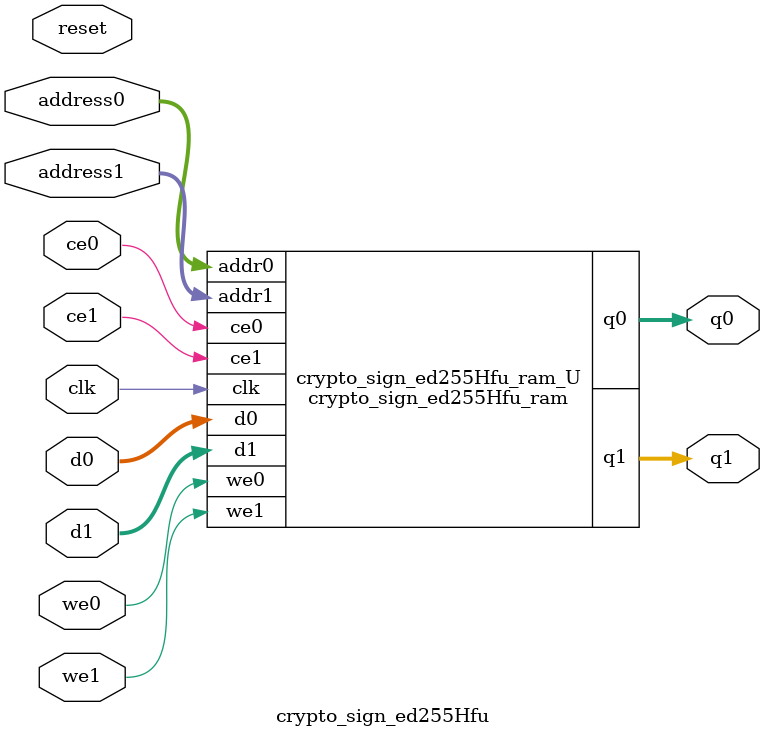
<source format=v>

`timescale 1 ns / 1 ps
module crypto_sign_ed255Hfu_ram (addr0, ce0, d0, we0, q0, addr1, ce1, d1, we1, q1,  clk);

parameter DWIDTH = 8;
parameter AWIDTH = 7;
parameter MEM_SIZE = 85;

input[AWIDTH-1:0] addr0;
input ce0;
input[DWIDTH-1:0] d0;
input we0;
output reg[DWIDTH-1:0] q0;
input[AWIDTH-1:0] addr1;
input ce1;
input[DWIDTH-1:0] d1;
input we1;
output reg[DWIDTH-1:0] q1;
input clk;

(* ram_style = "block" *)reg [DWIDTH-1:0] ram[0:MEM_SIZE-1];




always @(posedge clk)  
begin 
    if (ce0) 
    begin
        if (we0) 
        begin 
            ram[addr0] <= d0; 
            q0 <= d0;
        end 
        else 
            q0 <= ram[addr0];
    end
end


always @(posedge clk)  
begin 
    if (ce1) 
    begin
        if (we1) 
        begin 
            ram[addr1] <= d1; 
            q1 <= d1;
        end 
        else 
            q1 <= ram[addr1];
    end
end


endmodule


`timescale 1 ns / 1 ps
module crypto_sign_ed255Hfu(
    reset,
    clk,
    address0,
    ce0,
    we0,
    d0,
    q0,
    address1,
    ce1,
    we1,
    d1,
    q1);

parameter DataWidth = 32'd8;
parameter AddressRange = 32'd85;
parameter AddressWidth = 32'd7;
input reset;
input clk;
input[AddressWidth - 1:0] address0;
input ce0;
input we0;
input[DataWidth - 1:0] d0;
output[DataWidth - 1:0] q0;
input[AddressWidth - 1:0] address1;
input ce1;
input we1;
input[DataWidth - 1:0] d1;
output[DataWidth - 1:0] q1;



crypto_sign_ed255Hfu_ram crypto_sign_ed255Hfu_ram_U(
    .clk( clk ),
    .addr0( address0 ),
    .ce0( ce0 ),
    .d0( d0 ),
    .we0( we0 ),
    .q0( q0 ),
    .addr1( address1 ),
    .ce1( ce1 ),
    .d1( d1 ),
    .we1( we1 ),
    .q1( q1 ));

endmodule


</source>
